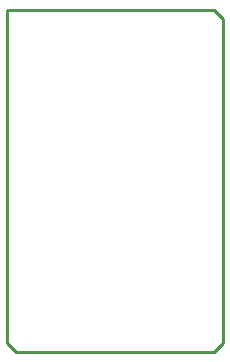
<source format=gbr>
G04 start of page 6 for group 4 idx 4 *
G04 Title: (unknown), outline *
G04 Creator: pcb 20110918 *
G04 CreationDate: Thu Dec  5 20:49:14 2013 UTC *
G04 For: fosse *
G04 Format: Gerber/RS-274X *
G04 PCB-Dimensions: 600000 500000 *
G04 PCB-Coordinate-Origin: lower left *
%MOIN*%
%FSLAX25Y25*%
%LNOUTLINE*%
%ADD52C,0.0100*%
G54D52*X142500Y279500D02*X145500Y282500D01*
Y390500D01*
X142500Y393500D01*
X73500D01*
Y282500D01*
X76500Y279500D01*
X142500D01*
M02*

</source>
